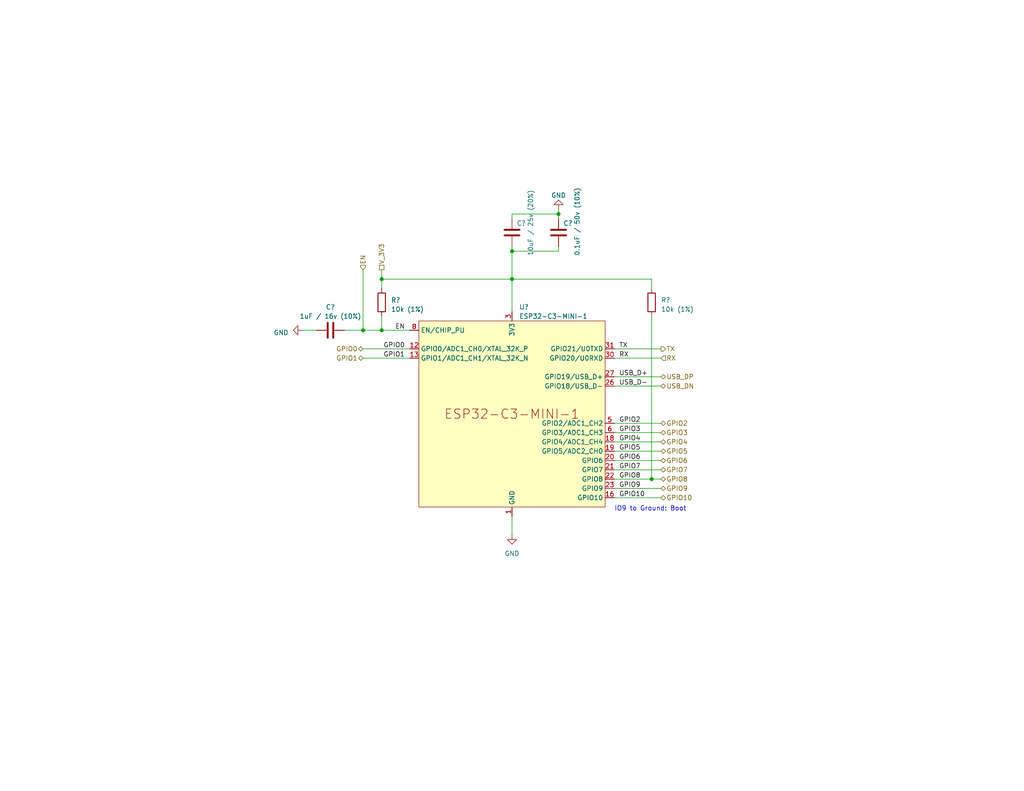
<source format=kicad_sch>
(kicad_sch (version 20250114) (generator "eeschema") (generator_version "9.0")
  (paper "USLetter")
  (title_block (title "ESP32 C3 Mini 1 Microprocessor") (date "2025-08-21") (rev "4") (company "FireLabs") (comment 1 "Adaléa Reed"))
  (lib_symbols
    (symbol "Device:C" (pin_numbers (hide yes)) (pin_names (offset 0.254))
      (property "Reference" "C" (at 0.635 2.54 0))
      (property "Value" "C" (at 0.635 -2.54 0))
      (symbol "C_0_1"
        (polyline (pts (xy -2.032 0.762) (xy 2.032 0.762)) (stroke (width 0.508)))
        (polyline (pts (xy -2.032 -0.762) (xy 2.032 -0.762)) (stroke (width 0.508)))
      )
      (symbol "C_1_1"
        (pin passive line (at 0 3.81 270) (length 2.794) (name "~") (number "1"))
        (pin passive line (at 0 -3.81 90) (length 2.794) (name "~") (number "2"))
      )
    )
    (symbol "Device:R" (pin_numbers (hide yes)) (pin_names (offset 0))
      (property "Reference" "R" (at 2.032 0 90))
      (property "Value" "R" (at 0 0 90))
      (symbol "R_0_1"
        (rectangle (start -1.016 -2.54) (end 1.016 2.54) (stroke (width 0.254)))
      )
      (symbol "R_1_1"
        (pin passive line (at 0 3.81 270) (length 1.27) (name "~") (number "1"))
        (pin passive line (at 0 -3.81 90) (length 1.27) (name "~") (number "2"))
      )
    )
    (symbol "Espressif:ESP32-C3-MINI-1"
      (property "Reference" "U" (at -25.4 30.48 0))
      (property "Value" "ESP32-C3-MINI-1" (at -25.4 27.94 0))
      (symbol "ESP32-C3-MINI-1_0_0"
        (text "ESP32-C3-MINI-1" (at 0 0 0) (effects (font (size 2.54 2.54))))
      )
      (symbol "ESP32-C3-MINI-1_0_1"
        (rectangle (start -25.4 25.4) (end 25.4 -25.4) (fill (type background)))
      )
      (symbol "ESP32-C3-MINI-1_1_1"
        (pin input line (at -27.94 22.86 0) (length 2.54) (name "EN/CHIP_PU") (number "8"))
        (pin bidirectional line (at -27.94 17.78 0) (length 2.54) (name "GPIO0/ADC1_CH0/XTAL_32K_P") (number "12"))
        (pin bidirectional line (at -27.94 15.24 0) (length 2.54) (name "GPIO1/ADC1_CH1/XTAL_32K_N") (number "13"))
        (pin no_connect line (at -25.4 10.16 0) (length 2.54) (hide yes) (name "NC") (number "4"))
        (pin no_connect line (at -25.4 7.62 0) (length 2.54) (hide yes) (name "NC") (number "7"))
        (pin no_connect line (at -25.4 5.08 0) (length 2.54) (hide yes) (name "NC") (number "9"))
        (pin no_connect line (at -25.4 2.54 0) (length 2.54) (hide yes) (name "NC") (number "10"))
        (pin no_connect line (at -25.4 0 0) (length 2.54) (hide yes) (name "NC") (number "15"))
        (pin no_connect line (at -25.4 -2.54 0) (length 2.54) (hide yes) (name "NC") (number "17"))
        (pin no_connect line (at -25.4 -5.08 0) (length 2.54) (hide yes) (name "NC") (number "24"))
        (pin no_connect line (at -25.4 -7.62 0) (length 2.54) (hide yes) (name "NC") (number "25"))
        (pin no_connect line (at -25.4 -10.16 0) (length 2.54) (hide yes) (name "NC") (number "28"))
        (pin no_connect line (at -25.4 -12.7 0) (length 2.54) (hide yes) (name "NC") (number "29"))
        (pin no_connect line (at -25.4 -15.24 0) (length 2.54) (hide yes) (name "NC") (number "32"))
        (pin no_connect line (at -25.4 -17.78 0) (length 2.54) (hide yes) (name "NC") (number "33"))
        (pin no_connect line (at -25.4 -20.32 0) (length 2.54) (hide yes) (name "NC") (number "34"))
        (pin no_connect line (at -25.4 -22.86 0) (length 2.54) (hide yes) (name "NC") (number "35"))
        (pin power_in line (at 0 27.94 270) (length 2.54) (name "3V3") (number "3"))
        (pin power_in line (at 0 -27.94 90) (length 2.54) (name "GND") (number "1"))
        (pin passive line (at 0 -27.94 90) (length 2.54) (hide yes) (name "GND") (number "11"))
        (pin passive line (at 0 -27.94 90) (length 2.54) (hide yes) (name "GND") (number "14"))
        (pin passive line (at 0 -27.94 90) (length 2.54) (hide yes) (name "GND") (number "2"))
        (pin passive line (at 0 -27.94 90) (length 2.54) (hide yes) (name "GND") (number "36"))
        (pin passive line (at 0 -27.94 90) (length 2.54) (hide yes) (name "GND") (number "37"))
        (pin passive line (at 0 -27.94 90) (length 2.54) (hide yes) (name "GND") (number "38"))
        (pin passive line (at 0 -27.94 90) (length 2.54) (hide yes) (name "GND") (number "39"))
        (pin passive line (at 0 -27.94 90) (length 2.54) (hide yes) (name "GND") (number "40"))
        (pin passive line (at 0 -27.94 90) (length 2.54) (hide yes) (name "GND") (number "41"))
        (pin passive line (at 0 -27.94 90) (length 2.54) (hide yes) (name "GND") (number "42"))
        (pin passive line (at 0 -27.94 90) (length 2.54) (hide yes) (name "GND") (number "43"))
        (pin passive line (at 0 -27.94 90) (length 2.54) (hide yes) (name "GND") (number "44"))
        (pin passive line (at 0 -27.94 90) (length 2.54) (hide yes) (name "GND") (number "45"))
        (pin passive line (at 0 -27.94 90) (length 2.54) (hide yes) (name "GND") (number "46"))
        (pin passive line (at 0 -27.94 90) (length 2.54) (hide yes) (name "GND") (number "47"))
        (pin passive line (at 0 -27.94 90) (length 2.54) (hide yes) (name "GND") (number "48"))
        (pin passive line (at 0 -27.94 90) (length 2.54) (hide yes) (name "GND") (number "49"))
        (pin passive line (at 0 -27.94 90) (length 2.54) (hide yes) (name "GND") (number "50"))
        (pin passive line (at 0 -27.94 90) (length 2.54) (hide yes) (name "GND") (number "51"))
        (pin passive line (at 0 -27.94 90) (length 2.54) (hide yes) (name "GND") (number "52"))
        (pin passive line (at 0 -27.94 90) (length 2.54) (hide yes) (name "GND") (number "53"))
        (pin bidirectional line (at 27.94 17.78 180) (length 2.54) (name "GPIO21/U0TXD") (number "31"))
        (pin bidirectional line (at 27.94 15.24 180) (length 2.54) (name "GPIO20/U0RXD") (number "30"))
        (pin bidirectional line (at 27.94 10.16 180) (length 2.54) (name "GPIO19/USB_D+") (number "27"))
        (pin bidirectional line (at 27.94 7.62 180) (length 2.54) (name "GPIO18/USB_D-") (number "26"))
        (pin bidirectional line (at 27.94 -2.54 180) (length 2.54) (name "GPIO2/ADC1_CH2") (number "5"))
        (pin bidirectional line (at 27.94 -5.08 180) (length 2.54) (name "GPIO3/ADC1_CH3") (number "6"))
        (pin bidirectional line (at 27.94 -7.62 180) (length 2.54) (name "GPIO4/ADC1_CH4") (number "18"))
        (pin bidirectional line (at 27.94 -10.16 180) (length 2.54) (name "GPIO5/ADC2_CH0") (number "19"))
        (pin bidirectional line (at 27.94 -12.7 180) (length 2.54) (name "GPIO6") (number "20"))
        (pin bidirectional line (at 27.94 -15.24 180) (length 2.54) (name "GPIO7") (number "21"))
        (pin bidirectional line (at 27.94 -17.78 180) (length 2.54) (name "GPIO8") (number "22"))
        (pin bidirectional line (at 27.94 -20.32 180) (length 2.54) (name "GPIO9") (number "23"))
        (pin bidirectional line (at 27.94 -22.86 180) (length 2.54) (name "GPIO10") (number "16"))
      )
    )
    (symbol "power:GND" (power) (pin_names (offset 0))
      (property "Value" "GND" (at 0 -3.81 0))
      (symbol "GND_0_1"
        (polyline (pts (xy 0 0) (xy 0 -1.27) (xy 1.27 -1.27) (xy 0 -2.54) (xy -1.27 -1.27) (xy 0 -1.27)))
      )
      (symbol "GND_1_1"
        (pin power_in line (at 0 0 270) (length 0) (hide yes) (name "GND") (number "1"))
      )
    )
  )
  (text "IO9 to Ground: Boot " (at 167.64 139.7 0) (effects (font (size 1.27 1.27)) (justify left bottom)))
  (junction (at 99.06 90.17))
  (junction (at 152.4 58.42))
  (junction (at 104.14 90.17))
  (junction (at 177.8 130.81))
  (junction (at 104.14 76.2))
  (junction (at 139.7 68.58))
  (junction (at 139.7 76.2))
  (wire (pts (xy 104.14 76.2) (xy 104.14 78.74)))
  (wire (pts (xy 177.8 78.74) (xy 177.8 76.2)))
  (wire (pts (xy 167.64 133.35) (xy 180.34 133.35)))
  (wire (pts (xy 104.14 73.66) (xy 104.14 76.2)))
  (wire (pts (xy 99.06 90.17) (xy 104.14 90.17)))
  (wire (pts (xy 152.4 67.31) (xy 152.4 68.58)))
  (wire (pts (xy 167.64 123.19) (xy 180.34 123.19)))
  (wire (pts (xy 167.64 95.25) (xy 180.34 95.25)))
  (wire (pts (xy 82.55 90.17) (xy 86.36 90.17)))
  (wire (pts (xy 139.7 58.42) (xy 139.7 59.69)))
  (wire (pts (xy 93.98 90.17) (xy 99.06 90.17)))
  (wire (pts (xy 177.8 76.2) (xy 139.7 76.2)))
  (wire (pts (xy 139.7 58.42) (xy 152.4 58.42)))
  (wire (pts (xy 167.64 135.89) (xy 180.34 135.89)))
  (wire (pts (xy 167.64 128.27) (xy 180.34 128.27)))
  (wire (pts (xy 139.7 68.58) (xy 152.4 68.58)))
  (wire (pts (xy 99.06 73.66) (xy 99.06 90.17)))
  (wire (pts (xy 104.14 86.36) (xy 104.14 90.17)))
  (wire (pts (xy 167.64 118.11) (xy 180.34 118.11)))
  (wire (pts (xy 177.8 130.81) (xy 180.34 130.81)))
  (wire (pts (xy 167.64 130.81) (xy 177.8 130.81)))
  (wire (pts (xy 167.64 115.57) (xy 180.34 115.57)))
  (wire (pts (xy 177.8 86.36) (xy 177.8 130.81)))
  (wire (pts (xy 139.7 68.58) (xy 139.7 76.2)))
  (wire (pts (xy 104.14 76.2) (xy 139.7 76.2)))
  (wire (pts (xy 139.7 67.31) (xy 139.7 68.58)))
  (wire (pts (xy 152.4 57.15) (xy 152.4 58.42)))
  (wire (pts (xy 104.14 90.17) (xy 111.76 90.17)))
  (wire (pts (xy 167.64 120.65) (xy 180.34 120.65)))
  (wire (pts (xy 99.06 95.25) (xy 111.76 95.25)))
  (wire (pts (xy 167.64 97.79) (xy 180.34 97.79)))
  (wire (pts (xy 167.64 102.87) (xy 180.34 102.87)))
  (wire (pts (xy 99.06 97.79) (xy 111.76 97.79)))
  (wire (pts (xy 167.64 125.73) (xy 180.34 125.73)))
  (wire (pts (xy 139.7 140.97) (xy 139.7 146.05)))
  (wire (pts (xy 152.4 58.42) (xy 152.4 59.69)))
  (wire (pts (xy 139.7 76.2) (xy 139.7 85.09)))
  (wire (pts (xy 167.64 105.41) (xy 180.34 105.41)))
  (label "GPIO7" (at 168.91 128.27 0))
  (label "EN" (at 110.49 90.17 180))
  (label "GPIO2" (at 168.91 115.57 0))
  (label "GPIO0" (at 110.49 95.25 180))
  (label "GPIO10" (at 168.91 135.89 0))
  (label "GPIO9" (at 168.91 133.35 0))
  (label "TX" (at 168.91 95.25 0))
  (label "USB_D-" (at 168.91 105.41 0))
  (label "GPIO4" (at 168.91 120.65 0))
  (label "GPIO8" (at 168.91 130.81 0))
  (label "GPIO5" (at 168.91 123.19 0))
  (label "GPIO1" (at 110.49 97.79 180))
  (label "USB_D+" (at 168.91 102.87 0))
  (label "RX" (at 168.91 97.79 0))
  (label "GPIO6" (at 168.91 125.73 0))
  (label "GPIO3" (at 168.91 118.11 0))
  (hierarchical_label "GPIO0" (shape bidirectional) (at 99.06 95.25 180))
  (hierarchical_label "GPIO8" (shape bidirectional) (at 180.34 130.81 0))
  (hierarchical_label "GPIO10" (shape bidirectional) (at 180.34 135.89 0))
  (hierarchical_label "USB_DP" (shape bidirectional) (at 180.34 102.87 0))
  (hierarchical_label "GPIO7" (shape bidirectional) (at 180.34 128.27 0))
  (hierarchical_label "GPIO6" (shape bidirectional) (at 180.34 125.73 0))
  (hierarchical_label "TX" (shape output) (at 180.34 95.25 0))
  (hierarchical_label "V_3V3" (shape passive) (at 104.14 73.66 90))
  (hierarchical_label "GPIO4" (shape bidirectional) (at 180.34 120.65 0))
  (hierarchical_label "RX" (shape input) (at 180.34 97.79 0))
  (hierarchical_label "EN" (shape input) (at 99.06 73.66 90))
  (hierarchical_label "GPIO1" (shape bidirectional) (at 99.06 97.79 180))
  (hierarchical_label "GPIO5" (shape bidirectional) (at 180.34 123.19 0))
  (hierarchical_label "USB_DN" (shape bidirectional) (at 180.34 105.41 0))
  (hierarchical_label "GPIO9" (shape bidirectional) (at 180.34 133.35 0))
  (hierarchical_label "GPIO2" (shape bidirectional) (at 180.34 115.57 0))
  (hierarchical_label "GPIO3" (shape bidirectional) (at 180.34 118.11 0))
  (symbol (lib_id "Device:C") (at 139.7 63.5 180) (unit 1)
    (property "Reference" "C?" (at 140.97 60.96 0) (effects (justify right)))
    (property "Value" "10uF / 25v (20%)" (at 144.78 69.85 90) (effects (justify right)))
    (property "Footprint" "Capacitor_SMD:C_0603_1608Metric" (effects (hide yes)))
  )
  (symbol (lib_id "power:GND") (at 139.7 146.05 0) (unit 1)
    (property "Reference" "#PWR03" (effects (hide yes)))
    (property "Value" "GND" (at 139.7 151.13 0))
  )
  (symbol (lib_id "Espressif:ESP32-C3-MINI-1") (at 139.7 113.03 0) (unit 1)
    (property "Reference" "U?" (at 141.6559 83.82 0) (effects (justify left)))
    (property "Value" "ESP32-C3-MINI-1" (at 141.6559 86.36 0) (effects (justify left)))
    (property "Footprint" "PCM_Espressif:ESP32-C3-MINI-1" (effects (hide yes)))
    (property "Datasheet" "https://www.espressif.com/sites/default/files/documentation/esp32-c3-mini-1_datasheet_en.pdf" (effects (hide yes)))
  )
  (symbol (lib_id "power:GND") (at 152.4 57.15 180) (unit 1)
    (property "Reference" "#PWR04" (effects (hide yes)))
    (property "Value" "GND" (at 152.4 53.34 0))
  )
  (symbol (lib_id "Device:C") (at 152.4 63.5 180) (unit 1)
    (property "Reference" "C?" (at 153.67 60.96 0) (effects (justify right)))
    (property "Value" "0.1uF / 50v (10%)" (at 157.48 69.85 90) (effects (justify right)))
    (property "Footprint" "Capacitor_SMD:C_0603_1608Metric" (effects (hide yes)))
  )
  (symbol (lib_id "Device:R") (at 177.8 82.55 0) (unit 1)
    (property "Reference" "R?" (at 180.34 81.915 0) (effects (justify left)))
    (property "Value" "10k (1%)" (at 180.34 84.455 0) (effects (justify left)))
    (property "Footprint" "PCM_Resistor_SMD_AKL:R_0603_1608Metric" (effects (hide yes)))
  )
  (symbol (lib_id "Device:C") (at 90.17 90.17 90) (unit 1)
    (property "Reference" "C?" (at 90.17 83.82 90))
    (property "Value" "1uF / 16v (10%)" (at 90.17 86.36 90))
    (property "Footprint" "Capacitor_SMD:C_0603_1608Metric" (effects (hide yes)))
  )
  (symbol (lib_id "Device:R") (at 104.14 82.55 0) (unit 1)
    (property "Reference" "R?" (at 106.68 81.915 0) (effects (justify left)))
    (property "Value" "10k (1%)" (at 106.68 84.455 0) (effects (justify left)))
    (property "Footprint" "PCM_Resistor_SMD_AKL:R_0603_1608Metric" (effects (hide yes)))
  )
  (symbol (lib_id "power:GND") (at 82.55 90.17 270) (unit 1)
    (property "Reference" "#PWR02" (effects (hide yes)))
    (property "Value" "GND" (at 78.74 90.805 90) (effects (justify right)))
  )
)
</source>
